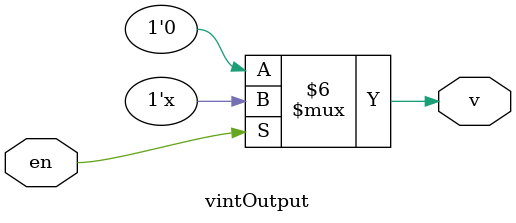
<source format=v>
`timescale 1ns / 1ps
module vintOutput(en,v);

input en;
output v;

reg v;

initial begin
	v = 0;
end

always begin
	if(en == 1) begin
		#1
		v = !v;
	end
	else
		v = 0;
end

endmodule

</source>
